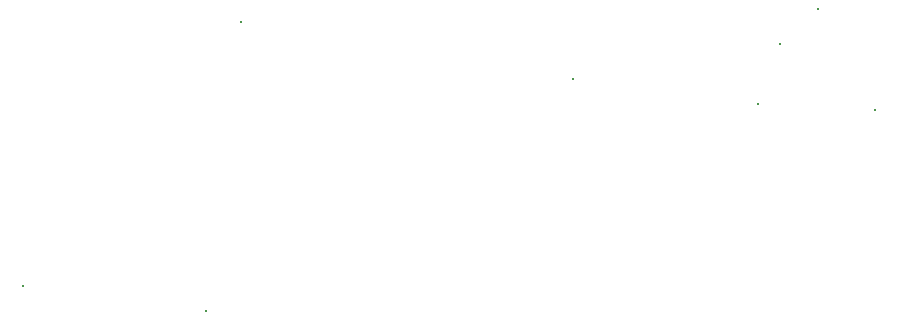
<source format=gbr>
%TF.GenerationSoftware,KiCad,Pcbnew,8.0.3*%
%TF.CreationDate,2025-01-08T01:14:57+05:30*%
%TF.ProjectId,gps,6770732e-6b69-4636-9164-5f7063625858,rev?*%
%TF.SameCoordinates,Original*%
%TF.FileFunction,Plated,1,2,Blind,Drill*%
%TF.FilePolarity,Positive*%
%FSLAX46Y46*%
G04 Gerber Fmt 4.6, Leading zero omitted, Abs format (unit mm)*
G04 Created by KiCad (PCBNEW 8.0.3) date 2025-01-08 01:14:57*
%MOMM*%
%LPD*%
G01*
G04 APERTURE LIST*
%TA.AperFunction,ViaDrill*%
%ADD10C,0.300000*%
%TD*%
G04 APERTURE END LIST*
D10*
X118930000Y-81180000D03*
X134380000Y-83240000D03*
X137350000Y-58770000D03*
X165470000Y-63640000D03*
X181170000Y-65720000D03*
X182990000Y-60640000D03*
X186190000Y-57740000D03*
X191080000Y-66270000D03*
M02*

</source>
